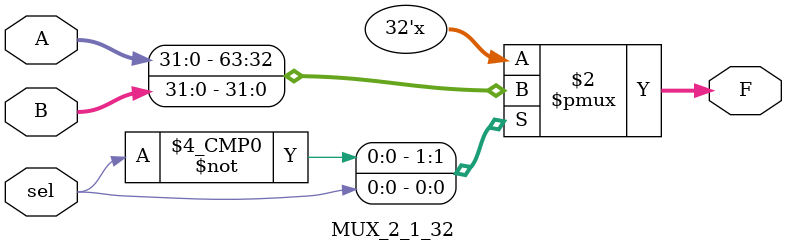
<source format=v>
`timescale 1ns / 1ps


module MUX_2_1_32(F, A, B, sel);
    input [31:0] A, B;
    input sel;
    output [31:0] F;
    reg [31:0] F;

    always @(A,B,sel) begin
        case (sel)
        1'b0: F=A;
        1'b1: F=B;
        default F=0;
        endcase
    end
endmodule


    
    

</source>
